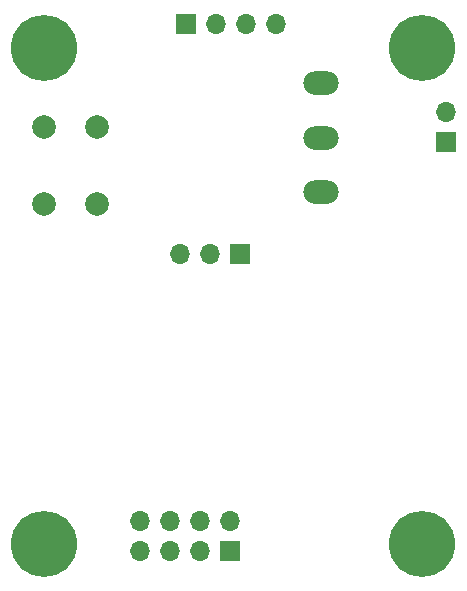
<source format=gbr>
G04 #@! TF.GenerationSoftware,KiCad,Pcbnew,5.1.9-73d0e3b20d~88~ubuntu18.04.1*
G04 #@! TF.CreationDate,2021-01-31T19:09:56+01:00*
G04 #@! TF.ProjectId,stm32_slave_bat,73746d33-325f-4736-9c61-76655f626174,rev?*
G04 #@! TF.SameCoordinates,Original*
G04 #@! TF.FileFunction,Soldermask,Bot*
G04 #@! TF.FilePolarity,Negative*
%FSLAX46Y46*%
G04 Gerber Fmt 4.6, Leading zero omitted, Abs format (unit mm)*
G04 Created by KiCad (PCBNEW 5.1.9-73d0e3b20d~88~ubuntu18.04.1) date 2021-01-31 19:09:56*
%MOMM*%
%LPD*%
G01*
G04 APERTURE LIST*
%ADD10C,2.000000*%
%ADD11R,1.700000X1.700000*%
%ADD12O,1.700000X1.700000*%
%ADD13O,3.000000X2.000000*%
%ADD14C,5.600000*%
G04 APERTURE END LIST*
D10*
X218500000Y-117200000D03*
X214000000Y-117200000D03*
X218500000Y-110700000D03*
X214000000Y-110700000D03*
D11*
X229700000Y-146600000D03*
D12*
X229700000Y-144060000D03*
X227160000Y-146600000D03*
X227160000Y-144060000D03*
X224620000Y-146600000D03*
X224620000Y-144060000D03*
X222080000Y-146600000D03*
X222080000Y-144060000D03*
D11*
X248000000Y-112000000D03*
D12*
X248000000Y-109460000D03*
D11*
X226000000Y-102000000D03*
D12*
X228540000Y-102000000D03*
X231080000Y-102000000D03*
X233620000Y-102000000D03*
D13*
X237400000Y-107000000D03*
X237400000Y-111600000D03*
X237400000Y-116200000D03*
D11*
X230540000Y-121500000D03*
D12*
X228000000Y-121500000D03*
X225460000Y-121500000D03*
D14*
X214000000Y-146000000D03*
X214000000Y-104000000D03*
X246000000Y-104000000D03*
X246000000Y-146000000D03*
M02*

</source>
